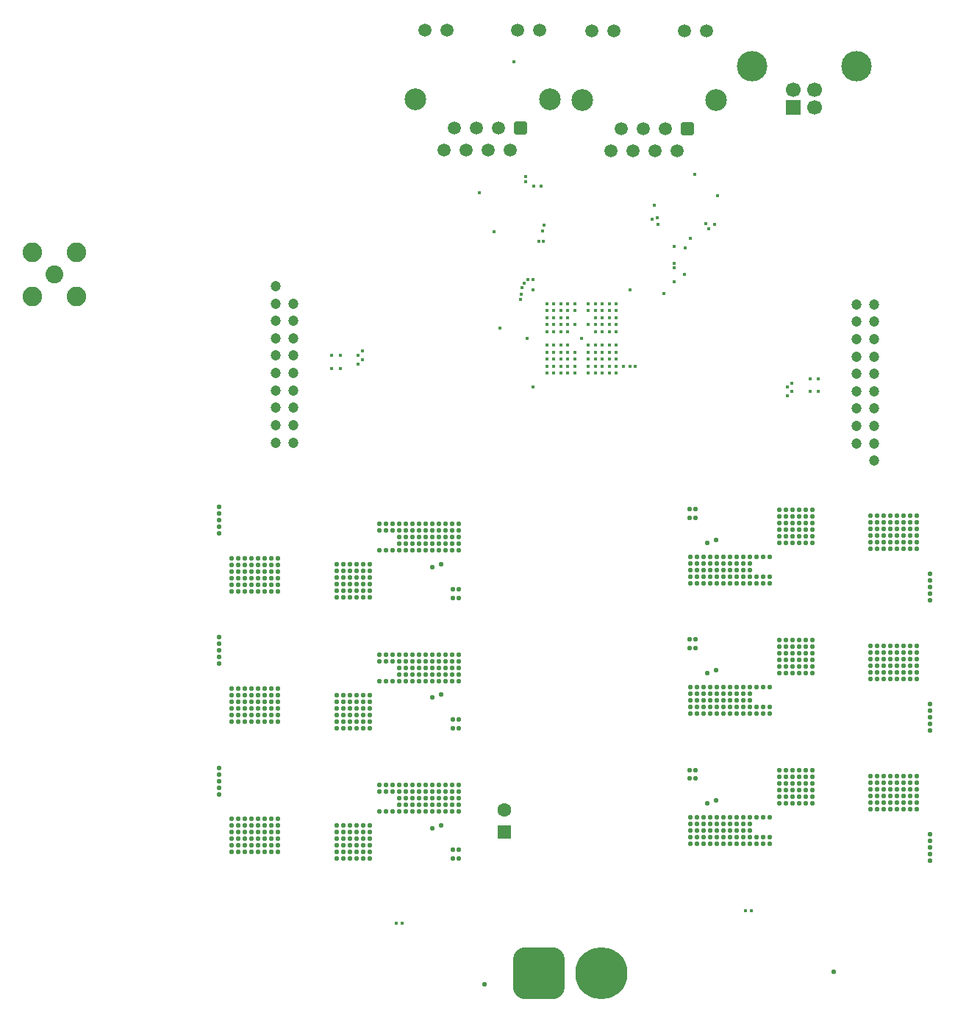
<source format=gbr>
%TF.GenerationSoftware,KiCad,Pcbnew,9.0.2-9-g92f6307ebb*%
%TF.CreationDate,2025-06-20T01:42:08+08:00*%
%TF.ProjectId,HPM5E31_ECatDualFOC,48504d35-4533-4315-9f45-436174447561,rev?*%
%TF.SameCoordinates,Original*%
%TF.FileFunction,Copper,L2,Inr*%
%TF.FilePolarity,Positive*%
%FSLAX46Y46*%
G04 Gerber Fmt 4.6, Leading zero omitted, Abs format (unit mm)*
G04 Created by KiCad (PCBNEW 9.0.2-9-g92f6307ebb) date 2025-06-20 01:42:08*
%MOMM*%
%LPD*%
G01*
G04 APERTURE LIST*
G04 Aperture macros list*
%AMRoundRect*
0 Rectangle with rounded corners*
0 $1 Rounding radius*
0 $2 $3 $4 $5 $6 $7 $8 $9 X,Y pos of 4 corners*
0 Add a 4 corners polygon primitive as box body*
4,1,4,$2,$3,$4,$5,$6,$7,$8,$9,$2,$3,0*
0 Add four circle primitives for the rounded corners*
1,1,$1+$1,$2,$3*
1,1,$1+$1,$4,$5*
1,1,$1+$1,$6,$7*
1,1,$1+$1,$8,$9*
0 Add four rect primitives between the rounded corners*
20,1,$1+$1,$2,$3,$4,$5,0*
20,1,$1+$1,$4,$5,$6,$7,0*
20,1,$1+$1,$6,$7,$8,$9,0*
20,1,$1+$1,$8,$9,$2,$3,0*%
G04 Aperture macros list end*
%TA.AperFunction,ComponentPad*%
%ADD10RoundRect,0.250500X0.499500X0.499500X-0.499500X0.499500X-0.499500X-0.499500X0.499500X-0.499500X0*%
%TD*%
%TA.AperFunction,ComponentPad*%
%ADD11C,1.500000*%
%TD*%
%TA.AperFunction,ComponentPad*%
%ADD12C,2.500000*%
%TD*%
%TA.AperFunction,ComponentPad*%
%ADD13C,1.200000*%
%TD*%
%TA.AperFunction,ComponentPad*%
%ADD14R,1.700000X1.700000*%
%TD*%
%TA.AperFunction,ComponentPad*%
%ADD15C,1.700000*%
%TD*%
%TA.AperFunction,ComponentPad*%
%ADD16C,3.500000*%
%TD*%
%TA.AperFunction,ComponentPad*%
%ADD17C,2.050000*%
%TD*%
%TA.AperFunction,ComponentPad*%
%ADD18C,2.250000*%
%TD*%
%TA.AperFunction,ComponentPad*%
%ADD19RoundRect,1.500000X-1.500000X-1.500000X1.500000X-1.500000X1.500000X1.500000X-1.500000X1.500000X0*%
%TD*%
%TA.AperFunction,ComponentPad*%
%ADD20C,6.000000*%
%TD*%
%TA.AperFunction,ComponentPad*%
%ADD21RoundRect,0.250000X0.550000X-0.550000X0.550000X0.550000X-0.550000X0.550000X-0.550000X-0.550000X0*%
%TD*%
%TA.AperFunction,ComponentPad*%
%ADD22C,1.600000*%
%TD*%
%TA.AperFunction,ViaPad*%
%ADD23C,0.400000*%
%TD*%
%TA.AperFunction,ViaPad*%
%ADD24C,0.550000*%
%TD*%
G04 APERTURE END LIST*
D10*
%TO.N,/ETHERNET_PHY_P1/TD_P*%
%TO.C,J14*%
X117325000Y-80460000D03*
D11*
%TO.N,/ETHERNET_PHY_P1/TD_N*%
X116065000Y-83000000D03*
%TO.N,/ETHERNET_PHY_P1/RD_P*%
X114785000Y-80460000D03*
%TO.N,Net-(J14-TCT)*%
X113525000Y-83000000D03*
%TO.N,Net-(J14-RCT)*%
X112245000Y-80460000D03*
%TO.N,/ETHERNET_PHY_P1/RD_N*%
X110985000Y-83000000D03*
%TO.N,unconnected-(J14-NC-Pad7)*%
X109705000Y-80460000D03*
%TO.N,GND*%
X108445000Y-83000000D03*
%TO.N,/ETHERNET_PHY_P1/EPHY_3V3*%
X119510000Y-69200000D03*
%TO.N,Net-(J14-Pad10)*%
X116970000Y-69200000D03*
%TO.N,Net-(J14-Pad11)*%
X108800000Y-69200000D03*
%TO.N,/ETHERNET_PHY_P1/LED0*%
X106260000Y-69200000D03*
D12*
%TO.N,Net-(J14-PadSH)*%
X120630000Y-77150000D03*
X105140000Y-77150000D03*
%TD*%
D13*
%TO.N,/ENCODER_CONN_A/A_N*%
%TO.C,J11*%
X69900000Y-98580000D03*
%TO.N,/ENCODER_CONN_A/B_P*%
X71900000Y-100580000D03*
%TO.N,/ENCODER_CONN_A/B_N*%
X69900000Y-100580000D03*
%TO.N,/ENCODER_CONN_A/Z_P*%
X71900000Y-102580000D03*
%TO.N,/ENCODER_CONN_A/Z_N*%
X69900000Y-102580000D03*
%TO.N,/ENCODER_CONN_A/ENC_SPI_SCK*%
X71900000Y-104580000D03*
%TO.N,/ENCODER_CONN_A/ENC_SPI_MOSI*%
X69900000Y-104580000D03*
%TO.N,/ENCODER_CONN_A/ENC_SPI_NSS*%
X71900000Y-106580000D03*
%TO.N,/ENCODER_CONN_A/ENC_SPI_MISO*%
X69900000Y-106580000D03*
%TO.N,/MA_TEMP*%
X71900000Y-108580000D03*
%TO.N,GND*%
X69900000Y-108580000D03*
%TO.N,/ENCODER_CONN_A/HALL_U_P*%
X71900000Y-110580000D03*
%TO.N,/ENCODER_CONN_A/HALL_U_N*%
X69900000Y-110580000D03*
%TO.N,/ENCODER_CONN_A/HALL_V_P*%
X71900000Y-112580000D03*
%TO.N,/ENCODER_CONN_A/HALL_V_N*%
X69900000Y-112580000D03*
%TO.N,/ENCODER_CONN_A/HALL_W_P*%
X71900000Y-114580000D03*
%TO.N,/ENCODER_CONN_A/HALL_W_N*%
X69900000Y-114580000D03*
%TO.N,/ENCODER_CONN_A/ENC_PWR*%
X71900000Y-116580000D03*
%TO.N,GND*%
X69900000Y-116580000D03*
%TD*%
D14*
%TO.N,/HPM5E31_TOP/MCU_POWER/USB_VBUS*%
%TO.C,J4*%
X129470000Y-78010000D03*
D15*
%TO.N,/HPM5E31_TOP/MCU_POWER/USB_N*%
X131970000Y-78010000D03*
%TO.N,/HPM5E31_TOP/MCU_POWER/USB_P*%
X131970000Y-76010000D03*
%TO.N,GND*%
X129470000Y-76010000D03*
D16*
X124700000Y-73300000D03*
X136740000Y-73300000D03*
%TD*%
D17*
%TO.N,unconnected-(J1-In-Pad1)*%
%TO.C,J1*%
X44410000Y-97260000D03*
D18*
%TO.N,unconnected-(J1-Ext-Pad2)*%
X41870000Y-94720000D03*
X41870000Y-99800000D03*
X46950000Y-94720000D03*
X46950000Y-99800000D03*
%TD*%
D13*
%TO.N,/ENCODER_CONN_B/A_N*%
%TO.C,J12*%
X138787500Y-118678400D03*
%TO.N,/ENCODER_CONN_B/B_P*%
X136787500Y-116678400D03*
%TO.N,/ENCODER_CONN_B/B_N*%
X138787500Y-116678400D03*
%TO.N,/ENCODER_CONN_B/Z_P*%
X136787500Y-114678400D03*
%TO.N,/ENCODER_CONN_B/Z_N*%
X138787500Y-114678400D03*
%TO.N,/ENCODER_CONN_B/ENC_SPI_SCK*%
X136787500Y-112678400D03*
%TO.N,/ENCODER_CONN_B/ENC_SPI_MOSI*%
X138787500Y-112678400D03*
%TO.N,/ENCODER_CONN_B/ENC_SPI_NSS*%
X136787500Y-110678400D03*
%TO.N,/ENCODER_CONN_B/ENC_SPI_MISO*%
X138787500Y-110678400D03*
%TO.N,/MB_TEMP*%
X136787500Y-108678400D03*
%TO.N,GND*%
X138787500Y-108678400D03*
%TO.N,/ENCODER_CONN_B/HALL_U_P*%
X136787500Y-106678400D03*
%TO.N,/ENCODER_CONN_B/HALL_U_N*%
X138787500Y-106678400D03*
%TO.N,/ENCODER_CONN_B/HALL_V_P*%
X136787500Y-104678400D03*
%TO.N,/ENCODER_CONN_B/HALL_V_N*%
X138787500Y-104678400D03*
%TO.N,/ENCODER_CONN_B/HALL_W_P*%
X136787500Y-102678400D03*
%TO.N,/ENCODER_CONN_B/HALL_W_N*%
X138787500Y-102678400D03*
%TO.N,/ENCODER_CONN_B/ENC_PWR*%
X136787500Y-100678400D03*
%TO.N,GND*%
X138787500Y-100678400D03*
%TD*%
D19*
%TO.N,GNDPWR*%
%TO.C,U4*%
X100200000Y-177700000D03*
D20*
%TO.N,VBUS*%
X107400000Y-177700000D03*
%TD*%
D10*
%TO.N,/ETHERNET_PHY_P0/TD_P*%
%TO.C,J13*%
X98110000Y-80420000D03*
D11*
%TO.N,/ETHERNET_PHY_P0/TD_N*%
X96850000Y-82960000D03*
%TO.N,/ETHERNET_PHY_P0/RD_P*%
X95570000Y-80420000D03*
%TO.N,Net-(J13-TCT)*%
X94310000Y-82960000D03*
%TO.N,Net-(J13-RCT)*%
X93030000Y-80420000D03*
%TO.N,/ETHERNET_PHY_P0/RD_N*%
X91770000Y-82960000D03*
%TO.N,unconnected-(J13-NC-Pad7)*%
X90490000Y-80420000D03*
%TO.N,GND*%
X89230000Y-82960000D03*
%TO.N,/ETHERNET_PHY_P0/RMII.LINK*%
X100295000Y-69160000D03*
%TO.N,Net-(J13-Pad10)*%
X97755000Y-69160000D03*
%TO.N,Net-(J13-Pad11)*%
X89585000Y-69160000D03*
%TO.N,/ETHERNET_PHY_P0/EPHY_3V3*%
X87045000Y-69160000D03*
D12*
%TO.N,Net-(J13-PadSH)*%
X101415000Y-77110000D03*
X85925000Y-77110000D03*
%TD*%
D21*
%TO.N,VBUS*%
%TO.C,C28*%
X96237500Y-161375000D03*
D22*
%TO.N,GND*%
X96237500Y-158875000D03*
%TD*%
D23*
%TO.N,+1V2*%
X106700000Y-103800000D03*
X103500000Y-103000000D03*
X106700000Y-103000000D03*
X103500000Y-103800000D03*
X106700000Y-105400000D03*
%TO.N,GND*%
X132387500Y-110728400D03*
X102700000Y-107000000D03*
X131387500Y-110728400D03*
X105900000Y-103000000D03*
X111303203Y-107800000D03*
X99500000Y-99000000D03*
X104300000Y-103000000D03*
X76300000Y-106530000D03*
X76300000Y-108030000D03*
X107500000Y-102200000D03*
X102700000Y-102200000D03*
X132387500Y-109228400D03*
X110700000Y-99000000D03*
X131387500Y-109228400D03*
X77300000Y-106530000D03*
X104300000Y-106200000D03*
X99500000Y-110200000D03*
X77300000Y-108030000D03*
X107500000Y-107000000D03*
X105100000Y-104600000D03*
D24*
%TO.N,Vdrive*%
X120620435Y-142785496D03*
X87900430Y-160947214D03*
X120620435Y-157785496D03*
X87900430Y-145947214D03*
X87900430Y-130947214D03*
X120620435Y-127785496D03*
D23*
%TO.N,GNDA*%
X105900000Y-105400000D03*
X105900000Y-106200000D03*
%TO.N,VREF*%
X106700000Y-107000000D03*
D24*
%TO.N,+10V*%
X119580435Y-128125496D03*
X93920000Y-178960000D03*
X119580435Y-158125496D03*
X88940430Y-130607214D03*
X134120000Y-177520000D03*
X88940430Y-145607214D03*
X119580435Y-143125496D03*
X88940430Y-160607214D03*
%TO.N,/INVERTER_BRIDGE_A/VBUS'*%
X129360865Y-142347066D03*
X130122865Y-139299066D03*
X128598865Y-124299066D03*
X130884865Y-124299066D03*
X127836865Y-127347066D03*
X128598865Y-154299066D03*
X131646865Y-158109066D03*
X131646865Y-155061066D03*
X127836865Y-140061066D03*
X127836865Y-142347066D03*
X130884865Y-155823066D03*
X131646865Y-125823066D03*
X127836865Y-140823066D03*
X130122865Y-127347066D03*
X130884865Y-125061066D03*
X130122865Y-140823066D03*
X130122865Y-158109066D03*
X130122865Y-156585066D03*
X130884865Y-142347066D03*
X130122865Y-125061066D03*
X128598865Y-125823066D03*
X128598865Y-139299066D03*
X127836865Y-124299066D03*
X130884865Y-154299066D03*
X129360865Y-128109066D03*
X131646865Y-155823066D03*
X127836865Y-125823066D03*
X129360865Y-125061066D03*
X130884865Y-155061066D03*
X131646865Y-140061066D03*
X131646865Y-128109066D03*
X131646865Y-154299066D03*
X129360865Y-156585066D03*
X130122865Y-128109066D03*
X130884865Y-157347066D03*
X128598865Y-140823066D03*
X128598865Y-141585066D03*
X131646865Y-141585066D03*
X130884865Y-141585066D03*
X128598865Y-155823066D03*
X130884865Y-140061066D03*
X129360865Y-140823066D03*
X130122865Y-155823066D03*
X127836865Y-125061066D03*
X131646865Y-142347066D03*
X128598865Y-125061066D03*
X129360865Y-126585066D03*
X127836865Y-156585066D03*
X129360865Y-141585066D03*
X127836865Y-141585066D03*
X129360865Y-127347066D03*
X127836865Y-155061066D03*
X131646865Y-125061066D03*
X130884865Y-125823066D03*
X130122865Y-155061066D03*
X130884865Y-126585066D03*
X131646865Y-143109066D03*
X131646865Y-140823066D03*
X129360865Y-158109066D03*
X127836865Y-139299066D03*
X128598865Y-142347066D03*
X130122865Y-157347066D03*
X131646865Y-157347066D03*
X129360865Y-143109066D03*
X127836865Y-154299066D03*
X131646865Y-124299066D03*
X130884865Y-127347066D03*
X130122865Y-125823066D03*
X130884865Y-139299066D03*
X127836865Y-155823066D03*
X128598865Y-156585066D03*
X128598865Y-157347066D03*
X130122865Y-142347066D03*
X129360865Y-125823066D03*
X128598865Y-140061066D03*
X130884865Y-128109066D03*
X127836865Y-126585066D03*
X129360865Y-157347066D03*
X128598865Y-127347066D03*
X130122865Y-143109066D03*
X131646865Y-127347066D03*
X129360865Y-155061066D03*
X131646865Y-156585066D03*
X130122865Y-141585066D03*
X130884865Y-156585066D03*
X127836865Y-158109066D03*
X127836865Y-157347066D03*
X129360865Y-124299066D03*
X128598865Y-128109066D03*
X130122865Y-126585066D03*
X130884865Y-143109066D03*
X130884865Y-158109066D03*
X130884865Y-140823066D03*
X129360865Y-155823066D03*
X130122865Y-154299066D03*
X129360865Y-154299066D03*
X129360865Y-139299066D03*
X131646865Y-139299066D03*
X128598865Y-155061066D03*
X128598865Y-126585066D03*
X130122865Y-124299066D03*
X130122865Y-140061066D03*
X128598865Y-143109066D03*
X129360865Y-140061066D03*
X127836865Y-128109066D03*
X128598865Y-158109066D03*
X127836865Y-143109066D03*
X131646865Y-126585066D03*
%TO.N,GNDPWR*%
X84060000Y-144021644D03*
X118246865Y-140259066D03*
X121412865Y-147759066D03*
X121412865Y-130473066D03*
X121412865Y-159711066D03*
X125222865Y-146997066D03*
X84060000Y-125973644D03*
X87870000Y-159021644D03*
X119888865Y-132759066D03*
X118364865Y-160473066D03*
X117602865Y-132759066D03*
X84060000Y-158259644D03*
X123698865Y-146235066D03*
X125222865Y-132759066D03*
X117546865Y-124259066D03*
X124460865Y-144711066D03*
X117602865Y-162759066D03*
X86346000Y-129021644D03*
X84060000Y-155973644D03*
X123698865Y-132759066D03*
X85584000Y-129021644D03*
X123698865Y-130473066D03*
X122936865Y-131997066D03*
X85584000Y-158259644D03*
X89394000Y-141735644D03*
X87108000Y-158259644D03*
X126746865Y-162759066D03*
X81774000Y-141735644D03*
X84822000Y-127497644D03*
X82536000Y-159021644D03*
X122936865Y-132759066D03*
X123698865Y-146997066D03*
X123698865Y-161235066D03*
X121412865Y-146235066D03*
X122174865Y-159711066D03*
X90156000Y-128259644D03*
X126746865Y-147759066D03*
X90274000Y-133473644D03*
X87108000Y-156735644D03*
X90156000Y-155973644D03*
X86346000Y-143259644D03*
X90156000Y-127497644D03*
X85584000Y-128259644D03*
X121412865Y-160473066D03*
X85584000Y-144021644D03*
X87108000Y-155973644D03*
X82536000Y-156735644D03*
X86346000Y-157497644D03*
X118364865Y-146997066D03*
X118364865Y-147759066D03*
X124460865Y-131997066D03*
X89394000Y-158259644D03*
X117546865Y-154259066D03*
X87108000Y-159021644D03*
X84822000Y-158259644D03*
X118364865Y-129711066D03*
X84060000Y-142497644D03*
X85584000Y-127497644D03*
X125222865Y-129711066D03*
X118246865Y-155259066D03*
X123698865Y-159711066D03*
X124460865Y-160473066D03*
X120650865Y-161235066D03*
X126746865Y-132759066D03*
X89394000Y-128259644D03*
X90156000Y-159021644D03*
X90918000Y-127497644D03*
X88632000Y-143259644D03*
X84822000Y-128259644D03*
X122936865Y-161235066D03*
X84060000Y-140973644D03*
X117602865Y-131235066D03*
X122174865Y-162759066D03*
X120650865Y-144711066D03*
X86346000Y-141735644D03*
X84060000Y-126735644D03*
X121412865Y-162759066D03*
X124460865Y-161235066D03*
X124460865Y-161997066D03*
X119126865Y-159711066D03*
X90918000Y-144021644D03*
X82536000Y-126735644D03*
X122174865Y-131997066D03*
X90918000Y-125973644D03*
X120650865Y-162759066D03*
X117602865Y-145473066D03*
X84060000Y-159021644D03*
X123698865Y-131235066D03*
X126746865Y-131997066D03*
X118246865Y-139259066D03*
X86346000Y-144021644D03*
X119888865Y-159711066D03*
X82536000Y-125973644D03*
X90918000Y-158259644D03*
X125222865Y-147759066D03*
X90918000Y-128259644D03*
X122936865Y-161997066D03*
X88632000Y-127497644D03*
X118246865Y-154259066D03*
X90156000Y-125973644D03*
X81774000Y-126735644D03*
X120650865Y-161997066D03*
X118364865Y-144711066D03*
X118364865Y-131997066D03*
X89394000Y-129021644D03*
X124460865Y-131235066D03*
X124460865Y-162759066D03*
X84060000Y-141735644D03*
X119126865Y-146997066D03*
X85584000Y-141735644D03*
X89394000Y-126735644D03*
X122174865Y-146235066D03*
X117602865Y-129711066D03*
X85584000Y-159021644D03*
X82536000Y-141735644D03*
X124460865Y-146235066D03*
X90918000Y-129021644D03*
X87870000Y-129021644D03*
X87870000Y-143259644D03*
X84060000Y-143259644D03*
X90974000Y-133473644D03*
X117602865Y-130473066D03*
X119126865Y-146235066D03*
X88632000Y-158259644D03*
X118364865Y-161235066D03*
X81774000Y-155973644D03*
X86346000Y-126735644D03*
X119888865Y-161997066D03*
X120650865Y-146997066D03*
X87870000Y-142497644D03*
X82536000Y-140973644D03*
X85584000Y-142497644D03*
X87108000Y-126735644D03*
X121412865Y-144711066D03*
X124460865Y-132759066D03*
X117546865Y-139259066D03*
X122936865Y-146235066D03*
X118364865Y-146235066D03*
X120650865Y-159711066D03*
X119126865Y-147759066D03*
X85584000Y-140973644D03*
X123698865Y-145473066D03*
X86346000Y-159021644D03*
X86346000Y-155973644D03*
X123698865Y-162759066D03*
X87870000Y-127497644D03*
X89394000Y-157497644D03*
X83298000Y-126735644D03*
X86346000Y-125973644D03*
X87870000Y-141735644D03*
X118364865Y-131235066D03*
X119888865Y-130473066D03*
X81774000Y-156735644D03*
X90974000Y-148473644D03*
X121412865Y-129711066D03*
X119888865Y-161235066D03*
X125222865Y-159711066D03*
X117602865Y-144711066D03*
X90274000Y-148473644D03*
X89394000Y-127497644D03*
X125984865Y-129711066D03*
X119126865Y-162759066D03*
X89394000Y-144021644D03*
X119888865Y-131997066D03*
X90918000Y-156735644D03*
X88632000Y-141735644D03*
X83298000Y-125973644D03*
X121412865Y-161997066D03*
X90918000Y-140973644D03*
X87870000Y-157497644D03*
X120650865Y-160473066D03*
X84822000Y-144021644D03*
X121412865Y-146997066D03*
X124460865Y-146997066D03*
X118246865Y-124259066D03*
X126746865Y-129711066D03*
X119126865Y-144711066D03*
X90156000Y-142497644D03*
X119126865Y-132759066D03*
X117602865Y-161997066D03*
X87870000Y-158259644D03*
X87108000Y-125973644D03*
X90156000Y-157497644D03*
X119126865Y-161235066D03*
X90156000Y-156735644D03*
X126746865Y-159711066D03*
X87108000Y-129021644D03*
X120650865Y-146235066D03*
X87108000Y-142497644D03*
X88632000Y-157497644D03*
X81774000Y-159021644D03*
X122174865Y-130473066D03*
X84822000Y-143259644D03*
X90156000Y-143259644D03*
X126746865Y-161997066D03*
X119888865Y-146997066D03*
X89394000Y-143259644D03*
X122174865Y-161235066D03*
X119126865Y-129711066D03*
X119126865Y-145473066D03*
X120650865Y-131235066D03*
X125222865Y-161997066D03*
X120650865Y-147759066D03*
X88632000Y-156735644D03*
X90274000Y-149473644D03*
X125984865Y-161997066D03*
X126746865Y-144711066D03*
X87870000Y-156735644D03*
X87108000Y-140973644D03*
X90974000Y-164473644D03*
X87108000Y-157497644D03*
X90974000Y-134473644D03*
X90918000Y-157497644D03*
X85584000Y-143259644D03*
X90156000Y-144021644D03*
X85584000Y-157497644D03*
X84822000Y-157497644D03*
X87870000Y-125973644D03*
X85584000Y-155973644D03*
X89394000Y-159021644D03*
X125984865Y-144711066D03*
X121412865Y-161235066D03*
X81774000Y-129021644D03*
X122936865Y-162759066D03*
X121412865Y-131235066D03*
X122936865Y-159711066D03*
X119888865Y-146235066D03*
X84822000Y-159021644D03*
X84822000Y-140973644D03*
X90974000Y-149473644D03*
X117546865Y-155259066D03*
X124460865Y-145473066D03*
X87870000Y-128259644D03*
X120650865Y-130473066D03*
X81774000Y-140973644D03*
X88632000Y-144021644D03*
X125984865Y-162759066D03*
X84822000Y-125973644D03*
X90918000Y-142497644D03*
X122174865Y-147759066D03*
X81774000Y-125973644D03*
X84060000Y-156735644D03*
X122174865Y-161997066D03*
X122936865Y-147759066D03*
X120650865Y-145473066D03*
X85584000Y-126735644D03*
X124460865Y-129711066D03*
X90274000Y-164473644D03*
X90156000Y-141735644D03*
X87870000Y-140973644D03*
X117602865Y-131997066D03*
X119888865Y-129711066D03*
X83298000Y-144021644D03*
X86346000Y-142497644D03*
X88632000Y-159021644D03*
X122174865Y-145473066D03*
X85584000Y-125973644D03*
X122936865Y-145473066D03*
X122936865Y-130473066D03*
X122936865Y-129711066D03*
X125984865Y-132759066D03*
X81774000Y-144021644D03*
X89394000Y-142497644D03*
X90156000Y-126735644D03*
X90156000Y-129021644D03*
X119888865Y-160473066D03*
X118364865Y-161997066D03*
X122936865Y-131235066D03*
X86346000Y-140973644D03*
X89394000Y-156735644D03*
X122174865Y-144711066D03*
X84822000Y-142497644D03*
X123698865Y-129711066D03*
X122936865Y-144711066D03*
X122174865Y-146997066D03*
X89394000Y-140973644D03*
X88632000Y-155973644D03*
X122936865Y-160473066D03*
X88632000Y-128259644D03*
X124460865Y-159711066D03*
X119126865Y-161997066D03*
X118364865Y-159711066D03*
X87108000Y-141735644D03*
X84822000Y-126735644D03*
X86346000Y-128259644D03*
X120650865Y-131997066D03*
X90274000Y-134473644D03*
X120650865Y-129711066D03*
X119888865Y-131235066D03*
X117602865Y-159711066D03*
X123698865Y-147759066D03*
X119888865Y-162759066D03*
X90974000Y-163473644D03*
X117602865Y-160473066D03*
X122174865Y-132759066D03*
X90918000Y-155973644D03*
X83298000Y-159021644D03*
X83298000Y-140973644D03*
X84822000Y-156735644D03*
X83298000Y-155973644D03*
X90918000Y-126735644D03*
X84060000Y-127497644D03*
X119126865Y-131997066D03*
X86346000Y-127497644D03*
X90156000Y-158259644D03*
X90918000Y-159021644D03*
X84060000Y-157497644D03*
X87870000Y-144021644D03*
X125222865Y-162759066D03*
X84060000Y-128259644D03*
X122174865Y-131235066D03*
X84822000Y-129021644D03*
X125222865Y-131997066D03*
X87108000Y-128259644D03*
X90274000Y-163473644D03*
X121412865Y-132759066D03*
X123698865Y-160473066D03*
X88632000Y-142497644D03*
X119888865Y-147759066D03*
X119126865Y-131235066D03*
X87870000Y-155973644D03*
X117602865Y-161235066D03*
X90156000Y-140973644D03*
X119888865Y-144711066D03*
X125984865Y-147759066D03*
X122936865Y-146997066D03*
X126746865Y-146997066D03*
X119126865Y-160473066D03*
X118364865Y-145473066D03*
X84060000Y-129021644D03*
X84822000Y-155973644D03*
X89394000Y-125973644D03*
X82536000Y-129021644D03*
X117546865Y-125259066D03*
X118364865Y-130473066D03*
X122174865Y-129711066D03*
X82536000Y-155973644D03*
X122174865Y-160473066D03*
X119126865Y-130473066D03*
X121412865Y-145473066D03*
X87108000Y-143259644D03*
X125984865Y-131997066D03*
X83298000Y-156735644D03*
X86346000Y-158259644D03*
X87108000Y-144021644D03*
X123698865Y-161997066D03*
X123698865Y-131997066D03*
X84822000Y-141735644D03*
X118364865Y-162759066D03*
X124460865Y-130473066D03*
X125222865Y-144711066D03*
X124460865Y-147759066D03*
X123698865Y-144711066D03*
X121412865Y-131997066D03*
X117602865Y-146997066D03*
X83298000Y-129021644D03*
X85584000Y-156735644D03*
X88632000Y-129021644D03*
X120650865Y-132759066D03*
X88632000Y-125973644D03*
X117602865Y-146235066D03*
X125984865Y-146997066D03*
X117546865Y-140259066D03*
X86346000Y-156735644D03*
X87108000Y-127497644D03*
X87870000Y-126735644D03*
X90918000Y-141735644D03*
X118246865Y-125259066D03*
X89394000Y-155973644D03*
X83298000Y-141735644D03*
X117602865Y-147759066D03*
X119888865Y-145473066D03*
X90918000Y-143259644D03*
X88632000Y-126735644D03*
X88632000Y-140973644D03*
X125984865Y-159711066D03*
X118364865Y-132759066D03*
X82536000Y-144021644D03*
%TO.N,/INVERTER_BRIDGE_B/VBUS'*%
X79922000Y-164433644D03*
X77636000Y-145623644D03*
X79160000Y-133671644D03*
X78398000Y-163671644D03*
X76874000Y-147909644D03*
X79160000Y-130623644D03*
X76874000Y-133671644D03*
X77636000Y-147147644D03*
X79160000Y-162147644D03*
X78398000Y-160623644D03*
X77636000Y-161385644D03*
X79922000Y-160623644D03*
X80684000Y-149433644D03*
X76874000Y-162147644D03*
X80684000Y-146385644D03*
X79160000Y-146385644D03*
X78398000Y-161385644D03*
X79922000Y-148671644D03*
X76874000Y-148671644D03*
X76874000Y-147147644D03*
X76874000Y-149433644D03*
X77636000Y-134433644D03*
X79160000Y-164433644D03*
X79922000Y-132909644D03*
X80684000Y-132909644D03*
X77636000Y-163671644D03*
X79160000Y-161385644D03*
X77636000Y-149433644D03*
X78398000Y-130623644D03*
X77636000Y-160623644D03*
X77636000Y-131385644D03*
X78398000Y-146385644D03*
X76874000Y-161385644D03*
X80684000Y-134433644D03*
X80684000Y-163671644D03*
X77636000Y-133671644D03*
X78398000Y-132909644D03*
X80684000Y-162909644D03*
X79922000Y-134433644D03*
X79922000Y-161385644D03*
X79922000Y-163671644D03*
X79160000Y-160623644D03*
X76874000Y-130623644D03*
X76874000Y-132909644D03*
X76874000Y-146385644D03*
X77636000Y-132147644D03*
X79160000Y-163671644D03*
X76874000Y-131385644D03*
X78398000Y-147909644D03*
X79922000Y-145623644D03*
X80684000Y-145623644D03*
X78398000Y-131385644D03*
X78398000Y-148671644D03*
X79160000Y-145623644D03*
X78398000Y-145623644D03*
X78398000Y-164433644D03*
X77636000Y-147909644D03*
X76874000Y-134433644D03*
X80684000Y-131385644D03*
X79160000Y-131385644D03*
X79922000Y-146385644D03*
X76874000Y-164433644D03*
X78398000Y-147147644D03*
X79922000Y-149433644D03*
X80684000Y-161385644D03*
X79922000Y-131385644D03*
X76874000Y-145623644D03*
X79160000Y-147147644D03*
X80684000Y-130623644D03*
X77636000Y-146385644D03*
X79922000Y-147147644D03*
X77636000Y-130623644D03*
X79922000Y-147909644D03*
X79922000Y-130623644D03*
X77636000Y-162147644D03*
X79160000Y-149433644D03*
X79922000Y-162909644D03*
X79922000Y-162147644D03*
X80684000Y-133671644D03*
X77636000Y-132909644D03*
X79160000Y-148671644D03*
X80684000Y-164433644D03*
X80684000Y-148671644D03*
X76874000Y-132147644D03*
X80684000Y-147147644D03*
X76874000Y-163671644D03*
X79922000Y-132147644D03*
X79160000Y-162909644D03*
X78398000Y-132147644D03*
X78398000Y-162909644D03*
X78398000Y-149433644D03*
X79160000Y-132147644D03*
X77636000Y-164433644D03*
X80684000Y-132147644D03*
X80684000Y-160623644D03*
X80684000Y-147909644D03*
X77636000Y-162909644D03*
X79160000Y-147909644D03*
X79922000Y-133671644D03*
X78398000Y-133671644D03*
X80684000Y-162147644D03*
X78398000Y-134433644D03*
X76874000Y-162909644D03*
X77636000Y-148671644D03*
X79160000Y-132909644D03*
X78398000Y-162147644D03*
X79160000Y-134433644D03*
X76874000Y-160623644D03*
%TO.N,/INVERTER_BRIDGE_A/M_A*%
X142158865Y-124996565D03*
X143682865Y-127282565D03*
X139872865Y-128806565D03*
X140634865Y-126520565D03*
X140634865Y-128044565D03*
X142158865Y-125758565D03*
X140634865Y-128806565D03*
X142920865Y-127282565D03*
X141396865Y-125758565D03*
X142158865Y-127282565D03*
X138348865Y-125758565D03*
X141396865Y-124996565D03*
X142920865Y-124996565D03*
X139110865Y-125758565D03*
X141396865Y-128044565D03*
X142158865Y-128806565D03*
X145196865Y-133206565D03*
X142920865Y-128806565D03*
X140634865Y-124996565D03*
X139110865Y-127282565D03*
X142158865Y-126520565D03*
X139110865Y-128044565D03*
X140634865Y-125758565D03*
X145196865Y-131682565D03*
X142920865Y-128044565D03*
X139872865Y-124996565D03*
X138348865Y-128806565D03*
X139110865Y-126520565D03*
X139110865Y-128806565D03*
X139110865Y-124996565D03*
X141396865Y-127282565D03*
X139872865Y-125758565D03*
X138348865Y-126520565D03*
X145196865Y-134730565D03*
X138348865Y-124996565D03*
X142920865Y-126520565D03*
X143682865Y-124996565D03*
X143682865Y-128044565D03*
X139872865Y-127282565D03*
X143682865Y-125758565D03*
X143682865Y-128806565D03*
X142920865Y-125758565D03*
X139872865Y-128044565D03*
X139872865Y-126520565D03*
X140634865Y-127282565D03*
X138348865Y-128044565D03*
X143682865Y-126520565D03*
X141396865Y-126520565D03*
X145196865Y-133968565D03*
X141396865Y-128806565D03*
X138348865Y-127282565D03*
X142158865Y-128044565D03*
X145196865Y-132444565D03*
%TO.N,/INVERTER_BRIDGE_A/M_B*%
X141396865Y-143806565D03*
X145196865Y-146682565D03*
X143682865Y-141520565D03*
X145196865Y-149730565D03*
X141396865Y-139996565D03*
X141396865Y-142282565D03*
X139110865Y-140758565D03*
X139872865Y-143044565D03*
X141396865Y-143044565D03*
X139110865Y-143044565D03*
X143682865Y-143044565D03*
X142920865Y-140758565D03*
X142158865Y-142282565D03*
X142158865Y-140758565D03*
X142920865Y-143806565D03*
X142158865Y-143806565D03*
X138348865Y-143044565D03*
X143682865Y-139996565D03*
X139872865Y-141520565D03*
X145196865Y-147444565D03*
X145196865Y-148206565D03*
X139872865Y-142282565D03*
X138348865Y-142282565D03*
X141396865Y-141520565D03*
X142920865Y-139996565D03*
X138348865Y-141520565D03*
X139110865Y-142282565D03*
X140634865Y-143806565D03*
X142920865Y-141520565D03*
X140634865Y-141520565D03*
X142158865Y-139996565D03*
X142920865Y-143044565D03*
X143682865Y-143806565D03*
X139110865Y-143806565D03*
X142158865Y-143044565D03*
X145196865Y-148968565D03*
X139872865Y-140758565D03*
X143682865Y-140758565D03*
X139110865Y-139996565D03*
X143682865Y-142282565D03*
X139872865Y-139996565D03*
X138348865Y-139996565D03*
X139872865Y-143806565D03*
X140634865Y-140758565D03*
X140634865Y-142282565D03*
X138348865Y-143806565D03*
X140634865Y-143044565D03*
X141396865Y-140758565D03*
X142920865Y-142282565D03*
X140634865Y-139996565D03*
X139110865Y-141520565D03*
X138348865Y-140758565D03*
X142158865Y-141520565D03*
%TO.N,/INVERTER_BRIDGE_A/M_C*%
X141396865Y-158044565D03*
X139872865Y-156520565D03*
X139110865Y-155758565D03*
X139110865Y-154996565D03*
X140634865Y-156520565D03*
X139110865Y-157282565D03*
X142920865Y-154996565D03*
X141396865Y-157282565D03*
X142158865Y-158806565D03*
X141396865Y-154996565D03*
X142920865Y-156520565D03*
X140634865Y-157282565D03*
X138348865Y-154996565D03*
X143682865Y-158806565D03*
X138348865Y-158806565D03*
X141396865Y-158806565D03*
X145196865Y-164730565D03*
X140634865Y-154996565D03*
X145196865Y-162444565D03*
X140634865Y-158044565D03*
X139110865Y-156520565D03*
X139872865Y-158044565D03*
X139110865Y-158044565D03*
X138348865Y-156520565D03*
X138348865Y-155758565D03*
X143682865Y-156520565D03*
X142158865Y-154996565D03*
X142920865Y-157282565D03*
X143682865Y-158044565D03*
X143682865Y-155758565D03*
X142920865Y-158044565D03*
X145196865Y-163968565D03*
X145196865Y-161682565D03*
X142920865Y-155758565D03*
X142158865Y-156520565D03*
X142920865Y-158806565D03*
X142158865Y-158044565D03*
X139872865Y-154996565D03*
X143682865Y-154996565D03*
X140634865Y-158806565D03*
X139110865Y-158806565D03*
X145196865Y-163206565D03*
X141396865Y-155758565D03*
X139872865Y-157282565D03*
X141396865Y-156520565D03*
X138348865Y-158044565D03*
X139872865Y-155758565D03*
X138348865Y-157282565D03*
X140634865Y-155758565D03*
X142158865Y-155758565D03*
X142158865Y-157282565D03*
X143682865Y-157282565D03*
X139872865Y-158806565D03*
%TO.N,/INVERTER_BRIDGE_B/M_A*%
X67886000Y-132212145D03*
X68648000Y-132212145D03*
X68648000Y-130688145D03*
X65600000Y-129926145D03*
X66362000Y-130688145D03*
X64838000Y-132212145D03*
X67886000Y-129926145D03*
X69410000Y-131450145D03*
X70172000Y-131450145D03*
X67124000Y-129926145D03*
X64838000Y-129926145D03*
X64838000Y-130688145D03*
X63324000Y-124002145D03*
X65600000Y-130688145D03*
X67124000Y-133736145D03*
X63324000Y-124764145D03*
X63324000Y-126288145D03*
X70172000Y-129926145D03*
X69410000Y-130688145D03*
X66362000Y-132974145D03*
X70172000Y-133736145D03*
X65600000Y-131450145D03*
X68648000Y-133736145D03*
X67124000Y-132212145D03*
X63324000Y-127050145D03*
X68648000Y-132974145D03*
X67886000Y-131450145D03*
X66362000Y-129926145D03*
X65600000Y-133736145D03*
X64838000Y-132974145D03*
X67124000Y-131450145D03*
X66362000Y-131450145D03*
X68648000Y-131450145D03*
X67124000Y-130688145D03*
X66362000Y-132212145D03*
X65600000Y-132974145D03*
X70172000Y-132974145D03*
X68648000Y-129926145D03*
X65600000Y-132212145D03*
X67886000Y-132974145D03*
X70172000Y-130688145D03*
X66362000Y-133736145D03*
X69410000Y-133736145D03*
X63324000Y-125526145D03*
X70172000Y-132212145D03*
X67124000Y-132974145D03*
X64838000Y-133736145D03*
X67886000Y-133736145D03*
X69410000Y-129926145D03*
X69410000Y-132974145D03*
X67886000Y-130688145D03*
X64838000Y-131450145D03*
X69410000Y-132212145D03*
%TO.N,/INVERTER_BRIDGE_B/M_B*%
X64838000Y-148736145D03*
X65600000Y-144926145D03*
X70172000Y-145688145D03*
X69410000Y-146450145D03*
X69410000Y-147974145D03*
X66362000Y-147974145D03*
X64838000Y-147974145D03*
X68648000Y-148736145D03*
X64838000Y-146450145D03*
X64838000Y-145688145D03*
X63324000Y-141288145D03*
X69410000Y-144926145D03*
X70172000Y-144926145D03*
X63324000Y-139002145D03*
X69410000Y-145688145D03*
X68648000Y-144926145D03*
X66362000Y-145688145D03*
X67886000Y-147212145D03*
X70172000Y-147212145D03*
X63324000Y-142050145D03*
X66362000Y-148736145D03*
X68648000Y-147212145D03*
X65600000Y-146450145D03*
X63324000Y-140526145D03*
X70172000Y-147974145D03*
X65600000Y-147974145D03*
X69410000Y-148736145D03*
X67124000Y-147212145D03*
X66362000Y-144926145D03*
X64838000Y-144926145D03*
X63324000Y-139764145D03*
X67886000Y-144926145D03*
X65600000Y-145688145D03*
X66362000Y-147212145D03*
X64838000Y-147212145D03*
X70172000Y-146450145D03*
X67124000Y-144926145D03*
X67124000Y-145688145D03*
X67124000Y-146450145D03*
X66362000Y-146450145D03*
X68648000Y-147974145D03*
X68648000Y-146450145D03*
X65600000Y-148736145D03*
X67886000Y-145688145D03*
X68648000Y-145688145D03*
X67124000Y-147974145D03*
X67886000Y-148736145D03*
X69410000Y-147212145D03*
X65600000Y-147212145D03*
X67124000Y-148736145D03*
X67886000Y-146450145D03*
X70172000Y-148736145D03*
X67886000Y-147974145D03*
%TO.N,/INVERTER_BRIDGE_B/M_C*%
X65600000Y-160688145D03*
X65600000Y-161450145D03*
X67886000Y-161450145D03*
X64838000Y-162212145D03*
X67886000Y-162212145D03*
X66362000Y-159926145D03*
X68648000Y-162212145D03*
X66362000Y-162212145D03*
X68648000Y-160688145D03*
X65600000Y-162212145D03*
X68648000Y-162974145D03*
X69410000Y-162212145D03*
X67124000Y-162212145D03*
X67124000Y-161450145D03*
X67886000Y-162974145D03*
X65600000Y-162974145D03*
X63324000Y-155526145D03*
X64838000Y-162974145D03*
X65600000Y-159926145D03*
X63324000Y-156288145D03*
X63324000Y-154764145D03*
X67886000Y-160688145D03*
X69410000Y-162974145D03*
X66362000Y-160688145D03*
X64838000Y-160688145D03*
X70172000Y-162212145D03*
X66362000Y-163736145D03*
X63324000Y-157050145D03*
X67124000Y-159926145D03*
X68648000Y-163736145D03*
X64838000Y-159926145D03*
X66362000Y-161450145D03*
X67886000Y-163736145D03*
X69410000Y-160688145D03*
X67124000Y-162974145D03*
X67886000Y-159926145D03*
X68648000Y-159926145D03*
X69410000Y-159926145D03*
X64838000Y-163736145D03*
X66362000Y-162974145D03*
X64838000Y-161450145D03*
X67124000Y-163736145D03*
X70172000Y-163736145D03*
X65600000Y-163736145D03*
X70172000Y-159926145D03*
X67124000Y-160688145D03*
X70172000Y-161450145D03*
X69410000Y-161450145D03*
X69410000Y-163736145D03*
X63324000Y-154002145D03*
X70172000Y-162974145D03*
X70172000Y-160688145D03*
X68648000Y-161450145D03*
D23*
%TO.N,+3.3V*%
X106700000Y-102200000D03*
X103500000Y-102200000D03*
X103500000Y-107000000D03*
%TO.N,/BREAK_MCU/BREAKA_CUR_P*%
X123950197Y-170442600D03*
%TO.N,/BREAK_MCU/BREAKB_CUR_P*%
X83750197Y-171882600D03*
%TO.N,/BREAK_MCU/BREAKB_CUR_N*%
X84439100Y-171882600D03*
%TO.N,/BREAK_MCU/BREAKA_CUR_N*%
X124639100Y-170442600D03*
%TO.N,/HPM5E31_TOP/~{RESET}*%
X101100000Y-108600000D03*
%TO.N,/ETHERNET_PHY_P0/EPHY_3V3*%
X93330000Y-87853750D03*
X95000000Y-92300000D03*
%TO.N,/ENCODER_CONN_A/ENC.MISO*%
X103500000Y-101400000D03*
X79400000Y-107530000D03*
%TO.N,/ENCODER_CONN_A/ENC.CS*%
X104300000Y-100600000D03*
X79850000Y-107030000D03*
%TO.N,/ENCODER_CONN_A/ENC.MOSI*%
X79400000Y-106530000D03*
X103500000Y-100600000D03*
%TO.N,/ENCODER_CONN_A/ENC.CLK*%
X102700000Y-101400000D03*
X79850000Y-106030000D03*
%TO.N,/ETHERNET_PHY_P0/RMII.TXEN*%
X101900000Y-100600000D03*
X99500000Y-97800000D03*
%TO.N,/ETHERNET_PHY_P0/LED0*%
X97350000Y-72800000D03*
%TO.N,/ETHERNET_PHY_P0/RMII.TXD1*%
X101100000Y-101400000D03*
X98225000Y-98725000D03*
%TO.N,/ENCODER_CONN_B/ENC.A*%
X109100000Y-107000000D03*
%TO.N,/ETHERNET_PHY_P0/RMII.RX_ER*%
X98800000Y-104600000D03*
X99600000Y-87050000D03*
%TO.N,/ETHERNET_PHY_P0/RMII.TXC*%
X101100000Y-102200000D03*
X98100000Y-100150000D03*
%TO.N,/ETHERNET_PHY_P0/RMII.TXD0*%
X101900000Y-102200000D03*
X98150000Y-99550000D03*
%TO.N,/ENCODER_CONN_B/ENC.B*%
X108300000Y-107000000D03*
%TO.N,/ETHERNET_PHY_P0/RMII.TXD2*%
X101900000Y-101400000D03*
X98500000Y-98250000D03*
%TO.N,/ETHERNET_PHY_P0/RMII.TXD3*%
X98900000Y-97850000D03*
X101100000Y-100600000D03*
%TO.N,/ETHERNET_PHY_P0/RMII.LINK*%
X100400000Y-87050000D03*
X100150000Y-93450000D03*
%TO.N,/ENCODER_CONN_B/ENC.Z*%
X107500000Y-106200000D03*
%TO.N,/ETHERNET_PHY_P1/RMII.RX_DV*%
X113450000Y-89250000D03*
X108300000Y-107800000D03*
%TO.N,/ETHERNET_PHY_P1/RMII.TXD2*%
X117047600Y-94200000D03*
X105900000Y-107800000D03*
%TO.N,/ETHERNET_PHY_P1/RMII.RXD0*%
X113252400Y-90850000D03*
X107500000Y-108600000D03*
%TO.N,/ETHERNET_PHY_P1/RMII.TXD1*%
X105900000Y-108600000D03*
X117650000Y-93050000D03*
%TO.N,/ETHERNET_PHY_P1/RMII.RXD2*%
X113900000Y-91450000D03*
X106700000Y-107800000D03*
%TO.N,/ETHERNET_PHY_P1/RMII.TXD3*%
X114550000Y-99450000D03*
X115750000Y-96000000D03*
%TO.N,/ETHERNET_PHY_P1/RMII.LINK*%
X102700000Y-106200000D03*
X120800000Y-88200000D03*
%TO.N,/ETHERNET_PHY_P1/RMII.TXEN*%
X115776000Y-96500000D03*
X108300000Y-108600000D03*
%TO.N,/ETHERNET_PHY_P1/RMII.RXD1*%
X116919300Y-97219727D03*
X113800000Y-90700000D03*
%TO.N,/ENCODER_CONN_B/ENC.MISO*%
X129287500Y-109728400D03*
%TO.N,/HPM5E31_TOP/MCU_POWER/VANA*%
X106700000Y-106200000D03*
%TO.N,/HPM5E31_TOP/MCU_POWER/VDD_PHY1_CAP*%
X103500000Y-105400000D03*
%TO.N,/HPM5E31_TOP/MCU_POWER/VDD_PHY0CAP*%
X103500000Y-106200000D03*
%TO.N,/HPM5E31_TOP/MCU_POWER/VDD_OTPCAP*%
X105900000Y-107000000D03*
%TO.N,/HPM5E31_TOP/MCU_POWER/VDD_PMCCAP*%
X104300000Y-107000000D03*
%TO.N,/HPM5E31_TOP/MCU_POWER/USB_N*%
X109900000Y-107800000D03*
%TO.N,/HPM5E31_TOP/MCU_POWER/USB_P*%
X110700000Y-107800000D03*
%TO.N,/HPM5E31_TOP/PA5*%
X101100000Y-103000000D03*
%TO.N,/HPM5E31_TOP/PC9*%
X102700000Y-100600000D03*
%TO.N,/HPM5E31_TOP/PA24*%
X101100000Y-107000000D03*
%TO.N,/HPM5E31_TOP/PC14*%
X104300000Y-101400000D03*
%TO.N,/HPM5E31_TOP/PD23*%
X107500000Y-103000000D03*
%TO.N,/HPM5E31_TOP/PA7*%
X102700000Y-103000000D03*
%TO.N,/HPM5E31_TOP/PC15*%
X105900000Y-100600000D03*
%TO.N,/HPM5E31_TOP/PD19*%
X109100000Y-105400000D03*
%TO.N,/HPM5E31_TOP/PD28*%
X108300000Y-106200000D03*
%TO.N,/ENCODER_CONN_B/ENC.CS*%
X128837500Y-110228400D03*
%TO.N,/HPM5E31_TOP/PC16*%
X105900000Y-101400000D03*
%TO.N,/HPM5E31_TOP/PF24*%
X103500000Y-108600000D03*
%TO.N,/HPM5E31_TOP/PE2*%
X109100000Y-108600000D03*
%TO.N,/ENCODER_CONN_B/ENC.CLK*%
X128837500Y-111228400D03*
%TO.N,/HPM5E31_TOP/PA27*%
X101900000Y-106200000D03*
%TO.N,/ENCODER_CONN_B/ENC.MOSI*%
X129287500Y-110728400D03*
%TO.N,/HPM5E31_TOP/PF25*%
X104300000Y-107800000D03*
%TO.N,/HPM5E31_TOP/PF29*%
X101900000Y-108600000D03*
%TO.N,/HPM5E31_TOP/PF21*%
X103500000Y-107800000D03*
%TO.N,/HPM5E31_TOP/PA1*%
X101100000Y-103800000D03*
%TO.N,/HPM5E31_TOP/PA29*%
X101100000Y-105400000D03*
%TO.N,/HPM5E31_TOP/PD16*%
X109100000Y-103800000D03*
%TO.N,/HPM5E31_TOP/PF23*%
X102700000Y-107800000D03*
%TO.N,/HPM5E31_TOP/PD24*%
X108300000Y-103800000D03*
%TO.N,/HPM5E31_TOP/PF27*%
X104300000Y-108600000D03*
%TO.N,/HPM5E31_TOP/PA25*%
X101900000Y-107000000D03*
%TO.N,/HPM5E31_TOP/PD25*%
X107500000Y-103800000D03*
%TO.N,/HPM5E31_TOP/PA26*%
X101100000Y-106200000D03*
%TO.N,/HPM5E31_TOP/PD22*%
X109100000Y-106200000D03*
%TO.N,/HPM5E31_TOP/PD6*%
X109100000Y-100600000D03*
%TO.N,/HPM5E31_TOP/PD26*%
X108300000Y-105400000D03*
%TO.N,/HPM5E31_TOP/PD27*%
X107500000Y-105400000D03*
%TO.N,/HPM5E31_TOP/PD1*%
X107500000Y-100600000D03*
%TO.N,/HPM5E31_TOP/PF19*%
X102700000Y-108600000D03*
%TO.N,/HPM5E31_TOP/PA6*%
X101900000Y-103000000D03*
%TO.N,/HPM5E31_TOP/PD0*%
X106700000Y-101400000D03*
%TO.N,/HPM5E31_TOP/PA2*%
X101900000Y-103800000D03*
%TO.N,/HPM5E31_TOP/PA31*%
X102700000Y-105400000D03*
%TO.N,/HPM5E31_TOP/PC17*%
X106700000Y-100600000D03*
%TO.N,/HPM5E31_TOP/PD2*%
X107500000Y-101400000D03*
%TO.N,/HPM5E31_TOP/PD3*%
X108300000Y-100600000D03*
%TO.N,/HPM5E31_TOP/PA30*%
X101900000Y-105400000D03*
%TO.N,/HPM5E31_TOP/PD9*%
X109100000Y-101400000D03*
%TO.N,/HPM5E31_TOP/PA3*%
X102700000Y-103800000D03*
%TO.N,/HPM5E31_TOP/PF30*%
X101900000Y-107800000D03*
%TO.N,/ETHERNET_PHY_P1/RMII.REFCLK*%
X118100000Y-85700000D03*
X95700000Y-103400000D03*
X98650000Y-86000000D03*
%TO.N,/ETHERNET_PHY_P1/RMII.MDC*%
X100650000Y-92200000D03*
X119750000Y-91950000D03*
%TO.N,/ETHERNET_PHY_P1/RMII.RST*%
X100700000Y-93450000D03*
X119397600Y-91350000D03*
%TO.N,/HPM5E31_TOP/PD10*%
X109100000Y-102200000D03*
%TO.N,/HPM5E31_TOP/PD11*%
X108300000Y-102200000D03*
%TO.N,/HPM5E31_TOP/PD12*%
X109100000Y-103000000D03*
%TO.N,/HPM5E31_TOP/PD4*%
X108300000Y-101400000D03*
%TO.N,/HPM5E31_TOP/PD13*%
X108300000Y-103000000D03*
%TO.N,Net-(U39-DVDD1V2)*%
X98650000Y-86600000D03*
%TO.N,Net-(U1C-USB0_VBUS)*%
X109100000Y-107800000D03*
%TO.N,unconnected-(U1C-WKUP-PadL3)*%
X101100000Y-107800000D03*
%TO.N,/ETHERNET_PHY_P1/RMII.TXD0*%
X106700000Y-108600000D03*
X115750000Y-94050000D03*
%TO.N,/ETHERNET_PHY_P1/RMII.MDIO*%
X107500000Y-107800000D03*
X120400000Y-91500000D03*
X100800000Y-91550000D03*
X115776000Y-98050000D03*
%TD*%
M02*

</source>
